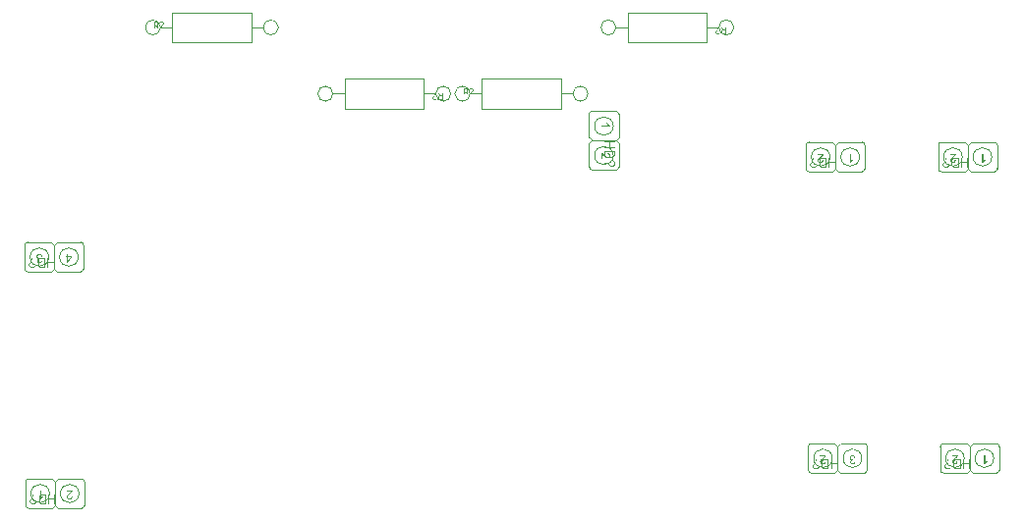
<source format=gm1>
G04*
G04 #@! TF.GenerationSoftware,Altium Limited,Altium Designer,23.6.0 (18)*
G04*
G04 Layer_Color=16711935*
%FSLAX44Y44*%
%MOMM*%
G71*
G04*
G04 #@! TF.SameCoordinates,D83645A9-EAB1-4845-A107-50581717B435*
G04*
G04*
G04 #@! TF.FilePolarity,Positive*
G04*
G01*
G75*
%ADD66C,0.0500*%
G36*
X389089Y902397D02*
X392430D01*
Y901532D01*
X388911Y896559D01*
X388145D01*
Y901532D01*
X387102D01*
Y902397D01*
X388145D01*
Y904240D01*
X389089D01*
Y902397D01*
D02*
G37*
G36*
X364766Y904362D02*
X364854Y904351D01*
X364954Y904340D01*
X365065Y904318D01*
X365187Y904296D01*
X365454Y904229D01*
X365731Y904118D01*
X365876Y904051D01*
X366009Y903974D01*
X366142Y903874D01*
X366275Y903774D01*
X366286Y903763D01*
X366309Y903740D01*
X366342Y903707D01*
X366375Y903663D01*
X366431Y903607D01*
X366486Y903530D01*
X366553Y903452D01*
X366619Y903352D01*
X366686Y903241D01*
X366753Y903130D01*
X366875Y902864D01*
X366974Y902553D01*
X367008Y902386D01*
X367030Y902209D01*
X366087Y902087D01*
Y902098D01*
X366075Y902120D01*
X366064Y902164D01*
X366053Y902220D01*
X366042Y902286D01*
X366020Y902364D01*
X365964Y902531D01*
X365887Y902730D01*
X365787Y902919D01*
X365676Y903097D01*
X365543Y903252D01*
X365520Y903263D01*
X365476Y903308D01*
X365387Y903363D01*
X365276Y903419D01*
X365143Y903485D01*
X364977Y903541D01*
X364788Y903585D01*
X364588Y903596D01*
X364521D01*
X364477Y903585D01*
X364355Y903574D01*
X364200Y903541D01*
X364022Y903485D01*
X363833Y903408D01*
X363645Y903297D01*
X363467Y903141D01*
X363445Y903119D01*
X363389Y903052D01*
X363323Y902952D01*
X363234Y902819D01*
X363145Y902653D01*
X363078Y902464D01*
X363023Y902242D01*
X363001Y901998D01*
Y901987D01*
Y901964D01*
Y901931D01*
X363012Y901887D01*
X363023Y901765D01*
X363056Y901620D01*
X363101Y901443D01*
X363178Y901265D01*
X363289Y901088D01*
X363434Y900921D01*
X363456Y900899D01*
X363511Y900855D01*
X363600Y900788D01*
X363722Y900710D01*
X363878Y900633D01*
X364066Y900566D01*
X364277Y900522D01*
X364510Y900499D01*
X364610D01*
X364688Y900510D01*
X364788Y900522D01*
X364899Y900544D01*
X365032Y900566D01*
X365176Y900599D01*
X365065Y899767D01*
X365010D01*
X364965Y899778D01*
X364821D01*
X364699Y899756D01*
X364555Y899734D01*
X364388Y899700D01*
X364200Y899645D01*
X364022Y899567D01*
X363833Y899467D01*
X363822D01*
X363811Y899456D01*
X363756Y899412D01*
X363678Y899334D01*
X363589Y899234D01*
X363500Y899090D01*
X363423Y898923D01*
X363367Y898735D01*
X363345Y898624D01*
Y898501D01*
Y898490D01*
Y898479D01*
Y898413D01*
X363367Y898324D01*
X363389Y898202D01*
X363434Y898068D01*
X363489Y897924D01*
X363578Y897780D01*
X363700Y897647D01*
X363711Y897636D01*
X363767Y897591D01*
X363844Y897536D01*
X363944Y897469D01*
X364077Y897414D01*
X364233Y897358D01*
X364410Y897314D01*
X364610Y897303D01*
X364699D01*
X364799Y897325D01*
X364932Y897347D01*
X365076Y897391D01*
X365221Y897447D01*
X365376Y897536D01*
X365520Y897647D01*
X365532Y897658D01*
X365576Y897713D01*
X365643Y897791D01*
X365720Y897902D01*
X365798Y898046D01*
X365876Y898224D01*
X365942Y898435D01*
X365987Y898679D01*
X366930Y898512D01*
Y898501D01*
X366919Y898468D01*
X366908Y898424D01*
X366897Y898357D01*
X366875Y898279D01*
X366841Y898191D01*
X366775Y897980D01*
X366664Y897736D01*
X366530Y897491D01*
X366364Y897258D01*
X366153Y897047D01*
X366142Y897036D01*
X366120Y897025D01*
X366087Y897003D01*
X366042Y896970D01*
X365987Y896925D01*
X365909Y896881D01*
X365831Y896836D01*
X365731Y896781D01*
X365509Y896692D01*
X365254Y896603D01*
X364954Y896548D01*
X364799Y896526D01*
X364521D01*
X364399Y896537D01*
X364255Y896559D01*
X364077Y896592D01*
X363878Y896648D01*
X363678Y896714D01*
X363478Y896803D01*
X363467D01*
X363456Y896814D01*
X363389Y896848D01*
X363289Y896914D01*
X363178Y896992D01*
X363045Y897103D01*
X362912Y897225D01*
X362779Y897369D01*
X362668Y897536D01*
X362657Y897558D01*
X362623Y897613D01*
X362579Y897713D01*
X362523Y897835D01*
X362468Y897980D01*
X362424Y898146D01*
X362390Y898335D01*
X362379Y898524D01*
Y898546D01*
Y898612D01*
X362390Y898701D01*
X362412Y898823D01*
X362446Y898968D01*
X362501Y899123D01*
X362568Y899278D01*
X362657Y899434D01*
X362668Y899456D01*
X362701Y899500D01*
X362768Y899578D01*
X362856Y899667D01*
X362967Y899767D01*
X363101Y899878D01*
X363256Y899978D01*
X363445Y900078D01*
X363434D01*
X363411Y900089D01*
X363378Y900100D01*
X363334Y900111D01*
X363212Y900155D01*
X363056Y900222D01*
X362879Y900311D01*
X362701Y900422D01*
X362535Y900566D01*
X362379Y900732D01*
X362368Y900755D01*
X362324Y900821D01*
X362257Y900932D01*
X362191Y901077D01*
X362124Y901254D01*
X362057Y901465D01*
X362013Y901709D01*
X362002Y901976D01*
Y901987D01*
Y902020D01*
Y902076D01*
X362013Y902142D01*
X362024Y902231D01*
X362046Y902331D01*
X362068Y902442D01*
X362091Y902564D01*
X362179Y902830D01*
X362246Y902975D01*
X362313Y903108D01*
X362401Y903252D01*
X362501Y903396D01*
X362612Y903541D01*
X362746Y903674D01*
X362757Y903685D01*
X362779Y903707D01*
X362823Y903740D01*
X362879Y903785D01*
X362945Y903840D01*
X363034Y903896D01*
X363134Y903962D01*
X363256Y904018D01*
X363378Y904085D01*
X363522Y904151D01*
X363667Y904207D01*
X363833Y904262D01*
X364011Y904307D01*
X364200Y904340D01*
X364388Y904362D01*
X364599Y904373D01*
X364699D01*
X364766Y904362D01*
D02*
G37*
G36*
X365843Y694235D02*
X365854Y694246D01*
X365910Y694290D01*
X365976Y694357D01*
X366087Y694435D01*
X366209Y694535D01*
X366365Y694646D01*
X366542Y694768D01*
X366742Y694890D01*
X366753D01*
X366764Y694901D01*
X366831Y694945D01*
X366942Y695001D01*
X367075Y695068D01*
X367230Y695145D01*
X367397Y695223D01*
X367564Y695301D01*
X367730Y695367D01*
Y694457D01*
X367719D01*
X367697Y694435D01*
X367652Y694424D01*
X367597Y694390D01*
X367530Y694357D01*
X367453Y694313D01*
X367264Y694202D01*
X367042Y694080D01*
X366820Y693924D01*
X366587Y693747D01*
X366354Y693558D01*
X366343Y693547D01*
X366331Y693536D01*
X366298Y693502D01*
X366254Y693469D01*
X366154Y693358D01*
X366021Y693225D01*
X365887Y693070D01*
X365743Y692892D01*
X365621Y692714D01*
X365510Y692526D01*
X364899D01*
Y700240D01*
X365843D01*
Y694235D01*
D02*
G37*
G36*
X393119Y700229D02*
Y700184D01*
Y700118D01*
X393108Y700029D01*
X393097Y699929D01*
X393074Y699818D01*
X393052Y699707D01*
X393008Y699585D01*
Y699574D01*
X392997Y699563D01*
X392975Y699496D01*
X392930Y699396D01*
X392864Y699263D01*
X392775Y699108D01*
X392664Y698930D01*
X392542Y698753D01*
X392386Y698564D01*
Y698553D01*
X392364Y698542D01*
X392309Y698475D01*
X392209Y698375D01*
X392064Y698231D01*
X391898Y698064D01*
X391687Y697865D01*
X391432Y697643D01*
X391154Y697410D01*
X391143Y697399D01*
X391099Y697365D01*
X391032Y697310D01*
X390954Y697243D01*
X390854Y697154D01*
X390732Y697054D01*
X390610Y696943D01*
X390466Y696821D01*
X390189Y696555D01*
X389911Y696289D01*
X389778Y696155D01*
X389656Y696022D01*
X389545Y695900D01*
X389456Y695778D01*
Y695767D01*
X389434Y695756D01*
X389412Y695722D01*
X389389Y695678D01*
X389312Y695556D01*
X389223Y695412D01*
X389145Y695234D01*
X389067Y695045D01*
X389023Y694834D01*
X389001Y694635D01*
Y694623D01*
Y694612D01*
X389012Y694546D01*
X389023Y694435D01*
X389056Y694313D01*
X389101Y694157D01*
X389179Y694002D01*
X389278Y693847D01*
X389412Y693691D01*
X389434Y693669D01*
X389489Y693624D01*
X389567Y693569D01*
X389689Y693491D01*
X389845Y693425D01*
X390022Y693358D01*
X390233Y693314D01*
X390466Y693303D01*
X390533D01*
X390577Y693314D01*
X390710Y693325D01*
X390866Y693358D01*
X391032Y693402D01*
X391221Y693480D01*
X391398Y693580D01*
X391565Y693713D01*
X391587Y693736D01*
X391632Y693791D01*
X391698Y693880D01*
X391765Y694013D01*
X391842Y694168D01*
X391909Y694368D01*
X391953Y694590D01*
X391976Y694846D01*
X392941Y694746D01*
Y694734D01*
X392930Y694701D01*
Y694646D01*
X392919Y694568D01*
X392897Y694479D01*
X392875Y694379D01*
X392841Y694257D01*
X392808Y694135D01*
X392719Y693869D01*
X392586Y693602D01*
X392508Y693469D01*
X392408Y693336D01*
X392309Y693214D01*
X392198Y693103D01*
X392187Y693092D01*
X392164Y693081D01*
X392131Y693047D01*
X392076Y693014D01*
X392009Y692970D01*
X391931Y692925D01*
X391842Y692870D01*
X391731Y692814D01*
X391609Y692759D01*
X391476Y692703D01*
X391332Y692659D01*
X391176Y692614D01*
X391010Y692581D01*
X390832Y692548D01*
X390644Y692537D01*
X390444Y692526D01*
X390333D01*
X390255Y692537D01*
X390166Y692548D01*
X390055Y692559D01*
X389933Y692581D01*
X389811Y692603D01*
X389523Y692681D01*
X389234Y692792D01*
X389090Y692859D01*
X388945Y692936D01*
X388812Y693036D01*
X388690Y693147D01*
X388679Y693158D01*
X388657Y693169D01*
X388635Y693214D01*
X388590Y693258D01*
X388535Y693314D01*
X388479Y693391D01*
X388424Y693469D01*
X388357Y693569D01*
X388246Y693780D01*
X388135Y694046D01*
X388091Y694180D01*
X388069Y694335D01*
X388046Y694490D01*
X388035Y694657D01*
Y694679D01*
Y694734D01*
X388046Y694823D01*
X388057Y694945D01*
X388080Y695079D01*
X388124Y695234D01*
X388168Y695400D01*
X388235Y695567D01*
X388246Y695589D01*
X388268Y695645D01*
X388313Y695733D01*
X388379Y695856D01*
X388468Y695989D01*
X388579Y696155D01*
X388712Y696322D01*
X388868Y696510D01*
X388890Y696533D01*
X388945Y696599D01*
X389001Y696655D01*
X389056Y696710D01*
X389123Y696777D01*
X389212Y696866D01*
X389301Y696954D01*
X389412Y697054D01*
X389523Y697165D01*
X389656Y697288D01*
X389800Y697410D01*
X389955Y697554D01*
X390133Y697698D01*
X390311Y697853D01*
X390322Y697865D01*
X390344Y697887D01*
X390388Y697920D01*
X390444Y697964D01*
X390510Y698031D01*
X390588Y698098D01*
X390766Y698242D01*
X390954Y698409D01*
X391132Y698575D01*
X391287Y698719D01*
X391354Y698775D01*
X391409Y698830D01*
X391421Y698841D01*
X391454Y698875D01*
X391498Y698919D01*
X391554Y698986D01*
X391609Y699063D01*
X391676Y699141D01*
X391809Y699330D01*
X388024D01*
Y700240D01*
X393119D01*
Y700229D01*
D02*
G37*
G36*
X848571Y991848D02*
X848671Y991837D01*
X848782Y991814D01*
X848893Y991792D01*
X849015Y991748D01*
X849026D01*
X849037Y991737D01*
X849104Y991715D01*
X849204Y991670D01*
X849337Y991604D01*
X849492Y991515D01*
X849670Y991404D01*
X849847Y991282D01*
X850036Y991126D01*
X850047D01*
X850058Y991104D01*
X850125Y991049D01*
X850225Y990949D01*
X850369Y990804D01*
X850536Y990638D01*
X850735Y990427D01*
X850957Y990172D01*
X851190Y989894D01*
X851201Y989883D01*
X851235Y989839D01*
X851290Y989772D01*
X851357Y989694D01*
X851446Y989594D01*
X851546Y989472D01*
X851657Y989350D01*
X851779Y989206D01*
X852045Y988929D01*
X852311Y988651D01*
X852445Y988518D01*
X852578Y988396D01*
X852700Y988285D01*
X852822Y988196D01*
X852833D01*
X852844Y988174D01*
X852878Y988152D01*
X852922Y988129D01*
X853044Y988052D01*
X853188Y987963D01*
X853366Y987885D01*
X853555Y987807D01*
X853766Y987763D01*
X853965Y987741D01*
X853977D01*
X853988D01*
X854054Y987752D01*
X854165Y987763D01*
X854287Y987796D01*
X854443Y987841D01*
X854598Y987918D01*
X854753Y988018D01*
X854909Y988152D01*
X854931Y988174D01*
X854976Y988229D01*
X855031Y988307D01*
X855109Y988429D01*
X855175Y988585D01*
X855242Y988762D01*
X855286Y988973D01*
X855297Y989206D01*
Y989273D01*
X855286Y989317D01*
X855275Y989450D01*
X855242Y989606D01*
X855198Y989772D01*
X855120Y989961D01*
X855020Y990138D01*
X854887Y990305D01*
X854865Y990327D01*
X854809Y990371D01*
X854720Y990438D01*
X854587Y990505D01*
X854432Y990582D01*
X854232Y990649D01*
X854010Y990693D01*
X853755Y990716D01*
X853854Y991681D01*
X853866D01*
X853899Y991670D01*
X853954D01*
X854032Y991659D01*
X854121Y991637D01*
X854221Y991615D01*
X854343Y991581D01*
X854465Y991548D01*
X854731Y991459D01*
X854998Y991326D01*
X855131Y991248D01*
X855264Y991149D01*
X855386Y991049D01*
X855497Y990938D01*
X855508Y990927D01*
X855519Y990904D01*
X855553Y990871D01*
X855586Y990816D01*
X855630Y990749D01*
X855675Y990671D01*
X855730Y990582D01*
X855786Y990471D01*
X855841Y990349D01*
X855897Y990216D01*
X855941Y990072D01*
X855986Y989916D01*
X856019Y989750D01*
X856052Y989572D01*
X856063Y989384D01*
X856074Y989184D01*
Y989073D01*
X856063Y988995D01*
X856052Y988906D01*
X856041Y988795D01*
X856019Y988673D01*
X855997Y988551D01*
X855919Y988263D01*
X855808Y987974D01*
X855741Y987830D01*
X855664Y987685D01*
X855564Y987552D01*
X855453Y987430D01*
X855442Y987419D01*
X855431Y987397D01*
X855386Y987375D01*
X855342Y987330D01*
X855286Y987275D01*
X855209Y987219D01*
X855131Y987164D01*
X855031Y987097D01*
X854820Y986986D01*
X854554Y986875D01*
X854420Y986831D01*
X854265Y986808D01*
X854110Y986786D01*
X853943Y986775D01*
X853921D01*
X853866D01*
X853777Y986786D01*
X853655Y986797D01*
X853521Y986820D01*
X853366Y986864D01*
X853199Y986908D01*
X853033Y986975D01*
X853011Y986986D01*
X852955Y987008D01*
X852867Y987053D01*
X852744Y987119D01*
X852611Y987208D01*
X852445Y987319D01*
X852278Y987452D01*
X852089Y987608D01*
X852067Y987630D01*
X852001Y987685D01*
X851945Y987741D01*
X851890Y987796D01*
X851823Y987863D01*
X851734Y987952D01*
X851646Y988041D01*
X851546Y988152D01*
X851435Y988263D01*
X851312Y988396D01*
X851190Y988540D01*
X851046Y988696D01*
X850902Y988873D01*
X850747Y989051D01*
X850735Y989062D01*
X850713Y989084D01*
X850680Y989128D01*
X850636Y989184D01*
X850569Y989250D01*
X850502Y989328D01*
X850358Y989506D01*
X850191Y989694D01*
X850025Y989872D01*
X849881Y990027D01*
X849825Y990094D01*
X849770Y990150D01*
X849759Y990161D01*
X849725Y990194D01*
X849681Y990238D01*
X849614Y990294D01*
X849537Y990349D01*
X849459Y990416D01*
X849270Y990549D01*
Y986764D01*
X848360D01*
Y991859D01*
X848371D01*
X848416D01*
X848482D01*
X848571Y991848D01*
D02*
G37*
G36*
X854143Y1017259D02*
X854165Y1017237D01*
X854176Y1017192D01*
X854210Y1017137D01*
X854243Y1017070D01*
X854287Y1016992D01*
X854398Y1016804D01*
X854520Y1016582D01*
X854676Y1016360D01*
X854853Y1016127D01*
X855042Y1015894D01*
X855053Y1015882D01*
X855064Y1015871D01*
X855098Y1015838D01*
X855131Y1015794D01*
X855242Y1015694D01*
X855375Y1015561D01*
X855530Y1015427D01*
X855708Y1015283D01*
X855886Y1015161D01*
X856074Y1015050D01*
Y1014440D01*
X848360D01*
Y1015383D01*
X854365D01*
X854354Y1015394D01*
X854309Y1015450D01*
X854243Y1015516D01*
X854165Y1015627D01*
X854065Y1015749D01*
X853954Y1015905D01*
X853832Y1016082D01*
X853710Y1016282D01*
Y1016293D01*
X853699Y1016304D01*
X853655Y1016371D01*
X853599Y1016482D01*
X853532Y1016615D01*
X853455Y1016770D01*
X853377Y1016937D01*
X853299Y1017104D01*
X853233Y1017270D01*
X854143D01*
Y1017259D01*
D02*
G37*
G36*
X1179343Y724595D02*
X1179354Y724606D01*
X1179410Y724650D01*
X1179476Y724717D01*
X1179587Y724795D01*
X1179709Y724895D01*
X1179865Y725006D01*
X1180042Y725128D01*
X1180242Y725250D01*
X1180253D01*
X1180264Y725261D01*
X1180331Y725305D01*
X1180442Y725361D01*
X1180575Y725427D01*
X1180731Y725505D01*
X1180897Y725583D01*
X1181064Y725661D01*
X1181230Y725727D01*
Y724817D01*
X1181219D01*
X1181197Y724795D01*
X1181152Y724784D01*
X1181097Y724750D01*
X1181030Y724717D01*
X1180953Y724673D01*
X1180764Y724562D01*
X1180542Y724440D01*
X1180320Y724284D01*
X1180087Y724107D01*
X1179854Y723918D01*
X1179843Y723907D01*
X1179831Y723896D01*
X1179798Y723862D01*
X1179754Y723829D01*
X1179654Y723718D01*
X1179521Y723585D01*
X1179387Y723429D01*
X1179243Y723252D01*
X1179121Y723074D01*
X1179010Y722886D01*
X1178400D01*
Y730600D01*
X1179343D01*
Y724595D01*
D02*
G37*
G36*
X1155819Y730589D02*
Y730545D01*
Y730478D01*
X1155808Y730389D01*
X1155797Y730289D01*
X1155775Y730178D01*
X1155752Y730067D01*
X1155708Y729945D01*
Y729934D01*
X1155697Y729923D01*
X1155675Y729856D01*
X1155630Y729756D01*
X1155564Y729623D01*
X1155475Y729468D01*
X1155364Y729290D01*
X1155242Y729113D01*
X1155086Y728924D01*
Y728913D01*
X1155064Y728902D01*
X1155009Y728835D01*
X1154909Y728735D01*
X1154764Y728591D01*
X1154598Y728424D01*
X1154387Y728225D01*
X1154132Y728003D01*
X1153854Y727769D01*
X1153843Y727758D01*
X1153799Y727725D01*
X1153732Y727670D01*
X1153654Y727603D01*
X1153555Y727514D01*
X1153432Y727414D01*
X1153310Y727303D01*
X1153166Y727181D01*
X1152889Y726915D01*
X1152611Y726648D01*
X1152478Y726515D01*
X1152356Y726382D01*
X1152245Y726260D01*
X1152156Y726138D01*
Y726127D01*
X1152134Y726116D01*
X1152112Y726082D01*
X1152089Y726038D01*
X1152012Y725916D01*
X1151923Y725772D01*
X1151845Y725594D01*
X1151768Y725405D01*
X1151723Y725194D01*
X1151701Y724995D01*
Y724984D01*
Y724972D01*
X1151712Y724906D01*
X1151723Y724795D01*
X1151756Y724673D01*
X1151801Y724517D01*
X1151879Y724362D01*
X1151978Y724206D01*
X1152112Y724051D01*
X1152134Y724029D01*
X1152189Y723985D01*
X1152267Y723929D01*
X1152389Y723851D01*
X1152544Y723785D01*
X1152722Y723718D01*
X1152933Y723674D01*
X1153166Y723663D01*
X1153233D01*
X1153277Y723674D01*
X1153410Y723685D01*
X1153566Y723718D01*
X1153732Y723763D01*
X1153921Y723840D01*
X1154098Y723940D01*
X1154265Y724073D01*
X1154287Y724096D01*
X1154332Y724151D01*
X1154398Y724240D01*
X1154465Y724373D01*
X1154542Y724528D01*
X1154609Y724728D01*
X1154653Y724950D01*
X1154676Y725206D01*
X1155641Y725106D01*
Y725095D01*
X1155630Y725061D01*
Y725006D01*
X1155619Y724928D01*
X1155597Y724839D01*
X1155575Y724739D01*
X1155541Y724617D01*
X1155508Y724495D01*
X1155419Y724229D01*
X1155286Y723962D01*
X1155208Y723829D01*
X1155108Y723696D01*
X1155009Y723574D01*
X1154898Y723463D01*
X1154886Y723452D01*
X1154864Y723441D01*
X1154831Y723407D01*
X1154775Y723374D01*
X1154709Y723330D01*
X1154631Y723285D01*
X1154542Y723230D01*
X1154431Y723174D01*
X1154309Y723119D01*
X1154176Y723063D01*
X1154032Y723019D01*
X1153876Y722974D01*
X1153710Y722941D01*
X1153532Y722908D01*
X1153344Y722897D01*
X1153144Y722886D01*
X1153033D01*
X1152955Y722897D01*
X1152866Y722908D01*
X1152755Y722919D01*
X1152633Y722941D01*
X1152511Y722963D01*
X1152223Y723041D01*
X1151934Y723152D01*
X1151790Y723219D01*
X1151645Y723296D01*
X1151512Y723396D01*
X1151390Y723507D01*
X1151379Y723518D01*
X1151357Y723529D01*
X1151335Y723574D01*
X1151290Y723618D01*
X1151235Y723674D01*
X1151179Y723751D01*
X1151124Y723829D01*
X1151057Y723929D01*
X1150946Y724140D01*
X1150835Y724406D01*
X1150791Y724539D01*
X1150769Y724695D01*
X1150746Y724850D01*
X1150735Y725017D01*
Y725039D01*
Y725095D01*
X1150746Y725183D01*
X1150757Y725305D01*
X1150780Y725439D01*
X1150824Y725594D01*
X1150868Y725760D01*
X1150935Y725927D01*
X1150946Y725949D01*
X1150968Y726005D01*
X1151013Y726094D01*
X1151079Y726216D01*
X1151168Y726349D01*
X1151279Y726515D01*
X1151412Y726682D01*
X1151568Y726870D01*
X1151590Y726893D01*
X1151645Y726959D01*
X1151701Y727015D01*
X1151756Y727070D01*
X1151823Y727137D01*
X1151912Y727226D01*
X1152001Y727314D01*
X1152112Y727414D01*
X1152223Y727525D01*
X1152356Y727647D01*
X1152500Y727769D01*
X1152655Y727914D01*
X1152833Y728058D01*
X1153011Y728214D01*
X1153022Y728225D01*
X1153044Y728247D01*
X1153088Y728280D01*
X1153144Y728325D01*
X1153210Y728391D01*
X1153288Y728458D01*
X1153466Y728602D01*
X1153654Y728768D01*
X1153832Y728935D01*
X1153987Y729079D01*
X1154054Y729135D01*
X1154109Y729190D01*
X1154121Y729201D01*
X1154154Y729235D01*
X1154198Y729279D01*
X1154254Y729346D01*
X1154309Y729423D01*
X1154376Y729501D01*
X1154509Y729690D01*
X1150724D01*
Y730600D01*
X1155819D01*
Y730589D01*
D02*
G37*
G36*
X1065266Y730722D02*
X1065354Y730711D01*
X1065454Y730700D01*
X1065565Y730678D01*
X1065687Y730656D01*
X1065954Y730589D01*
X1066231Y730478D01*
X1066376Y730411D01*
X1066509Y730334D01*
X1066642Y730234D01*
X1066775Y730134D01*
X1066786Y730123D01*
X1066808Y730100D01*
X1066842Y730067D01*
X1066875Y730023D01*
X1066931Y729967D01*
X1066986Y729890D01*
X1067053Y729812D01*
X1067119Y729712D01*
X1067186Y729601D01*
X1067253Y729490D01*
X1067375Y729224D01*
X1067475Y728913D01*
X1067508Y728746D01*
X1067530Y728569D01*
X1066587Y728447D01*
Y728458D01*
X1066575Y728480D01*
X1066564Y728524D01*
X1066553Y728580D01*
X1066542Y728646D01*
X1066520Y728724D01*
X1066464Y728891D01*
X1066387Y729090D01*
X1066287Y729279D01*
X1066176Y729457D01*
X1066043Y729612D01*
X1066020Y729623D01*
X1065976Y729668D01*
X1065887Y729723D01*
X1065776Y729779D01*
X1065643Y729845D01*
X1065477Y729901D01*
X1065288Y729945D01*
X1065088Y729956D01*
X1065021D01*
X1064977Y729945D01*
X1064855Y729934D01*
X1064699Y729901D01*
X1064522Y729845D01*
X1064333Y729768D01*
X1064145Y729657D01*
X1063967Y729501D01*
X1063945Y729479D01*
X1063889Y729412D01*
X1063823Y729312D01*
X1063734Y729179D01*
X1063645Y729013D01*
X1063578Y728824D01*
X1063523Y728602D01*
X1063501Y728358D01*
Y728347D01*
Y728325D01*
Y728291D01*
X1063512Y728247D01*
X1063523Y728125D01*
X1063556Y727980D01*
X1063601Y727803D01*
X1063678Y727625D01*
X1063789Y727448D01*
X1063934Y727281D01*
X1063956Y727259D01*
X1064011Y727215D01*
X1064100Y727148D01*
X1064222Y727070D01*
X1064378Y726993D01*
X1064566Y726926D01*
X1064777Y726882D01*
X1065010Y726859D01*
X1065110D01*
X1065188Y726870D01*
X1065288Y726882D01*
X1065399Y726904D01*
X1065532Y726926D01*
X1065676Y726959D01*
X1065565Y726127D01*
X1065510D01*
X1065465Y726138D01*
X1065321D01*
X1065199Y726116D01*
X1065055Y726094D01*
X1064888Y726060D01*
X1064699Y726005D01*
X1064522Y725927D01*
X1064333Y725827D01*
X1064322D01*
X1064311Y725816D01*
X1064256Y725772D01*
X1064178Y725694D01*
X1064089Y725594D01*
X1064000Y725450D01*
X1063923Y725283D01*
X1063867Y725095D01*
X1063845Y724984D01*
Y724861D01*
Y724850D01*
Y724839D01*
Y724773D01*
X1063867Y724684D01*
X1063889Y724562D01*
X1063934Y724428D01*
X1063989Y724284D01*
X1064078Y724140D01*
X1064200Y724007D01*
X1064211Y723996D01*
X1064267Y723951D01*
X1064344Y723896D01*
X1064444Y723829D01*
X1064577Y723774D01*
X1064733Y723718D01*
X1064910Y723674D01*
X1065110Y723663D01*
X1065199D01*
X1065299Y723685D01*
X1065432Y723707D01*
X1065576Y723751D01*
X1065721Y723807D01*
X1065876Y723896D01*
X1066020Y724007D01*
X1066031Y724018D01*
X1066076Y724073D01*
X1066143Y724151D01*
X1066220Y724262D01*
X1066298Y724406D01*
X1066376Y724584D01*
X1066442Y724795D01*
X1066487Y725039D01*
X1067430Y724873D01*
Y724861D01*
X1067419Y724828D01*
X1067408Y724784D01*
X1067397Y724717D01*
X1067375Y724639D01*
X1067341Y724551D01*
X1067275Y724340D01*
X1067164Y724096D01*
X1067030Y723851D01*
X1066864Y723618D01*
X1066653Y723407D01*
X1066642Y723396D01*
X1066620Y723385D01*
X1066587Y723363D01*
X1066542Y723330D01*
X1066487Y723285D01*
X1066409Y723241D01*
X1066331Y723196D01*
X1066231Y723141D01*
X1066009Y723052D01*
X1065754Y722963D01*
X1065454Y722908D01*
X1065299Y722886D01*
X1065021D01*
X1064899Y722897D01*
X1064755Y722919D01*
X1064577Y722952D01*
X1064378Y723008D01*
X1064178Y723074D01*
X1063978Y723163D01*
X1063967D01*
X1063956Y723174D01*
X1063889Y723207D01*
X1063789Y723274D01*
X1063678Y723352D01*
X1063545Y723463D01*
X1063412Y723585D01*
X1063279Y723729D01*
X1063168Y723896D01*
X1063157Y723918D01*
X1063123Y723973D01*
X1063079Y724073D01*
X1063024Y724195D01*
X1062968Y724340D01*
X1062924Y724506D01*
X1062890Y724695D01*
X1062879Y724884D01*
Y724906D01*
Y724972D01*
X1062890Y725061D01*
X1062913Y725183D01*
X1062946Y725328D01*
X1063001Y725483D01*
X1063068Y725638D01*
X1063157Y725794D01*
X1063168Y725816D01*
X1063201Y725860D01*
X1063268Y725938D01*
X1063356Y726027D01*
X1063467Y726127D01*
X1063601Y726238D01*
X1063756Y726338D01*
X1063945Y726438D01*
X1063934D01*
X1063912Y726449D01*
X1063878Y726460D01*
X1063834Y726471D01*
X1063712Y726515D01*
X1063556Y726582D01*
X1063379Y726671D01*
X1063201Y726782D01*
X1063035Y726926D01*
X1062879Y727093D01*
X1062868Y727115D01*
X1062824Y727181D01*
X1062757Y727292D01*
X1062691Y727437D01*
X1062624Y727614D01*
X1062557Y727825D01*
X1062513Y728069D01*
X1062502Y728336D01*
Y728347D01*
Y728380D01*
Y728436D01*
X1062513Y728502D01*
X1062524Y728591D01*
X1062546Y728691D01*
X1062568Y728802D01*
X1062591Y728924D01*
X1062679Y729190D01*
X1062746Y729335D01*
X1062813Y729468D01*
X1062901Y729612D01*
X1063001Y729756D01*
X1063112Y729901D01*
X1063245Y730034D01*
X1063257Y730045D01*
X1063279Y730067D01*
X1063323Y730100D01*
X1063379Y730145D01*
X1063445Y730200D01*
X1063534Y730256D01*
X1063634Y730322D01*
X1063756Y730378D01*
X1063878Y730445D01*
X1064023Y730511D01*
X1064167Y730567D01*
X1064333Y730622D01*
X1064511Y730667D01*
X1064699Y730700D01*
X1064888Y730722D01*
X1065099Y730733D01*
X1065199D01*
X1065266Y730722D01*
D02*
G37*
G36*
X1042119Y730589D02*
Y730545D01*
Y730478D01*
X1042108Y730389D01*
X1042097Y730289D01*
X1042075Y730178D01*
X1042052Y730067D01*
X1042008Y729945D01*
Y729934D01*
X1041997Y729923D01*
X1041975Y729856D01*
X1041930Y729756D01*
X1041864Y729623D01*
X1041775Y729468D01*
X1041664Y729290D01*
X1041542Y729113D01*
X1041386Y728924D01*
Y728913D01*
X1041364Y728902D01*
X1041309Y728835D01*
X1041209Y728735D01*
X1041064Y728591D01*
X1040898Y728425D01*
X1040687Y728225D01*
X1040432Y728003D01*
X1040154Y727770D01*
X1040143Y727758D01*
X1040099Y727725D01*
X1040032Y727670D01*
X1039954Y727603D01*
X1039855Y727514D01*
X1039732Y727414D01*
X1039610Y727303D01*
X1039466Y727181D01*
X1039189Y726915D01*
X1038911Y726648D01*
X1038778Y726515D01*
X1038656Y726382D01*
X1038545Y726260D01*
X1038456Y726138D01*
Y726127D01*
X1038434Y726116D01*
X1038412Y726082D01*
X1038389Y726038D01*
X1038312Y725916D01*
X1038223Y725772D01*
X1038145Y725594D01*
X1038067Y725405D01*
X1038023Y725194D01*
X1038001Y724995D01*
Y724984D01*
Y724972D01*
X1038012Y724906D01*
X1038023Y724795D01*
X1038056Y724673D01*
X1038101Y724517D01*
X1038178Y724362D01*
X1038278Y724206D01*
X1038412Y724051D01*
X1038434Y724029D01*
X1038489Y723985D01*
X1038567Y723929D01*
X1038689Y723851D01*
X1038845Y723785D01*
X1039022Y723718D01*
X1039233Y723674D01*
X1039466Y723663D01*
X1039533D01*
X1039577Y723674D01*
X1039710Y723685D01*
X1039866Y723718D01*
X1040032Y723763D01*
X1040221Y723840D01*
X1040398Y723940D01*
X1040565Y724073D01*
X1040587Y724096D01*
X1040631Y724151D01*
X1040698Y724240D01*
X1040765Y724373D01*
X1040842Y724528D01*
X1040909Y724728D01*
X1040953Y724950D01*
X1040976Y725206D01*
X1041941Y725106D01*
Y725095D01*
X1041930Y725061D01*
Y725006D01*
X1041919Y724928D01*
X1041897Y724839D01*
X1041875Y724739D01*
X1041841Y724617D01*
X1041808Y724495D01*
X1041719Y724229D01*
X1041586Y723962D01*
X1041508Y723829D01*
X1041408Y723696D01*
X1041309Y723574D01*
X1041198Y723463D01*
X1041187Y723452D01*
X1041164Y723441D01*
X1041131Y723407D01*
X1041076Y723374D01*
X1041009Y723330D01*
X1040931Y723285D01*
X1040842Y723230D01*
X1040731Y723174D01*
X1040609Y723119D01*
X1040476Y723063D01*
X1040332Y723019D01*
X1040176Y722974D01*
X1040010Y722941D01*
X1039832Y722908D01*
X1039644Y722897D01*
X1039444Y722886D01*
X1039333D01*
X1039255Y722897D01*
X1039166Y722908D01*
X1039055Y722919D01*
X1038933Y722941D01*
X1038811Y722963D01*
X1038523Y723041D01*
X1038234Y723152D01*
X1038090Y723219D01*
X1037945Y723296D01*
X1037812Y723396D01*
X1037690Y723507D01*
X1037679Y723518D01*
X1037657Y723529D01*
X1037635Y723574D01*
X1037590Y723618D01*
X1037535Y723674D01*
X1037479Y723751D01*
X1037424Y723829D01*
X1037357Y723929D01*
X1037246Y724140D01*
X1037135Y724406D01*
X1037091Y724539D01*
X1037068Y724695D01*
X1037046Y724850D01*
X1037035Y725017D01*
Y725039D01*
Y725095D01*
X1037046Y725183D01*
X1037057Y725305D01*
X1037080Y725439D01*
X1037124Y725594D01*
X1037168Y725760D01*
X1037235Y725927D01*
X1037246Y725949D01*
X1037268Y726005D01*
X1037313Y726094D01*
X1037379Y726216D01*
X1037468Y726349D01*
X1037579Y726515D01*
X1037712Y726682D01*
X1037868Y726870D01*
X1037890Y726893D01*
X1037945Y726959D01*
X1038001Y727015D01*
X1038056Y727070D01*
X1038123Y727137D01*
X1038212Y727226D01*
X1038301Y727315D01*
X1038412Y727414D01*
X1038523Y727525D01*
X1038656Y727647D01*
X1038800Y727770D01*
X1038956Y727914D01*
X1039133Y728058D01*
X1039311Y728214D01*
X1039322Y728225D01*
X1039344Y728247D01*
X1039388Y728280D01*
X1039444Y728325D01*
X1039510Y728391D01*
X1039588Y728458D01*
X1039766Y728602D01*
X1039954Y728768D01*
X1040132Y728935D01*
X1040287Y729079D01*
X1040354Y729135D01*
X1040409Y729190D01*
X1040421Y729201D01*
X1040454Y729235D01*
X1040498Y729279D01*
X1040554Y729346D01*
X1040609Y729423D01*
X1040676Y729501D01*
X1040809Y729690D01*
X1037024D01*
Y730600D01*
X1042119D01*
Y730589D01*
D02*
G37*
G36*
X1177643Y984595D02*
X1177654Y984606D01*
X1177710Y984650D01*
X1177776Y984717D01*
X1177887Y984795D01*
X1178009Y984895D01*
X1178165Y985006D01*
X1178342Y985128D01*
X1178542Y985250D01*
X1178553D01*
X1178564Y985261D01*
X1178631Y985305D01*
X1178742Y985361D01*
X1178875Y985427D01*
X1179031Y985505D01*
X1179197Y985583D01*
X1179363Y985661D01*
X1179530Y985727D01*
Y984817D01*
X1179519D01*
X1179497Y984795D01*
X1179452Y984784D01*
X1179397Y984750D01*
X1179330Y984717D01*
X1179252Y984673D01*
X1179064Y984562D01*
X1178842Y984440D01*
X1178620Y984284D01*
X1178387Y984107D01*
X1178154Y983918D01*
X1178142Y983907D01*
X1178131Y983896D01*
X1178098Y983862D01*
X1178054Y983829D01*
X1177954Y983718D01*
X1177821Y983585D01*
X1177687Y983429D01*
X1177543Y983252D01*
X1177421Y983074D01*
X1177310Y982886D01*
X1176700D01*
Y990600D01*
X1177643D01*
Y984595D01*
D02*
G37*
G36*
X1154119Y990589D02*
Y990545D01*
Y990478D01*
X1154108Y990389D01*
X1154097Y990289D01*
X1154074Y990178D01*
X1154052Y990067D01*
X1154008Y989945D01*
Y989934D01*
X1153997Y989923D01*
X1153975Y989856D01*
X1153930Y989756D01*
X1153864Y989623D01*
X1153775Y989468D01*
X1153664Y989290D01*
X1153542Y989113D01*
X1153386Y988924D01*
Y988913D01*
X1153364Y988902D01*
X1153309Y988835D01*
X1153209Y988735D01*
X1153064Y988591D01*
X1152898Y988424D01*
X1152687Y988225D01*
X1152432Y988003D01*
X1152154Y987770D01*
X1152143Y987758D01*
X1152099Y987725D01*
X1152032Y987670D01*
X1151954Y987603D01*
X1151854Y987514D01*
X1151732Y987414D01*
X1151610Y987303D01*
X1151466Y987181D01*
X1151189Y986915D01*
X1150911Y986648D01*
X1150778Y986515D01*
X1150656Y986382D01*
X1150545Y986260D01*
X1150456Y986138D01*
Y986127D01*
X1150434Y986116D01*
X1150412Y986082D01*
X1150389Y986038D01*
X1150312Y985916D01*
X1150223Y985772D01*
X1150145Y985594D01*
X1150068Y985405D01*
X1150023Y985194D01*
X1150001Y984995D01*
Y984984D01*
Y984972D01*
X1150012Y984906D01*
X1150023Y984795D01*
X1150056Y984673D01*
X1150101Y984517D01*
X1150179Y984362D01*
X1150278Y984206D01*
X1150412Y984051D01*
X1150434Y984029D01*
X1150489Y983985D01*
X1150567Y983929D01*
X1150689Y983851D01*
X1150844Y983785D01*
X1151022Y983718D01*
X1151233Y983674D01*
X1151466Y983663D01*
X1151533D01*
X1151577Y983674D01*
X1151710Y983685D01*
X1151866Y983718D01*
X1152032Y983763D01*
X1152221Y983840D01*
X1152398Y983940D01*
X1152565Y984073D01*
X1152587Y984096D01*
X1152632Y984151D01*
X1152698Y984240D01*
X1152765Y984373D01*
X1152842Y984528D01*
X1152909Y984728D01*
X1152953Y984950D01*
X1152976Y985206D01*
X1153941Y985106D01*
Y985095D01*
X1153930Y985061D01*
Y985006D01*
X1153919Y984928D01*
X1153897Y984839D01*
X1153875Y984739D01*
X1153841Y984617D01*
X1153808Y984495D01*
X1153719Y984229D01*
X1153586Y983962D01*
X1153508Y983829D01*
X1153409Y983696D01*
X1153309Y983574D01*
X1153198Y983463D01*
X1153186Y983452D01*
X1153164Y983441D01*
X1153131Y983407D01*
X1153075Y983374D01*
X1153009Y983330D01*
X1152931Y983285D01*
X1152842Y983230D01*
X1152731Y983174D01*
X1152609Y983119D01*
X1152476Y983063D01*
X1152332Y983019D01*
X1152176Y982974D01*
X1152010Y982941D01*
X1151832Y982908D01*
X1151644Y982897D01*
X1151444Y982886D01*
X1151333D01*
X1151255Y982897D01*
X1151166Y982908D01*
X1151055Y982919D01*
X1150933Y982941D01*
X1150811Y982963D01*
X1150523Y983041D01*
X1150234Y983152D01*
X1150090Y983219D01*
X1149945Y983296D01*
X1149812Y983396D01*
X1149690Y983507D01*
X1149679Y983518D01*
X1149657Y983529D01*
X1149635Y983574D01*
X1149590Y983618D01*
X1149535Y983674D01*
X1149479Y983751D01*
X1149424Y983829D01*
X1149357Y983929D01*
X1149246Y984140D01*
X1149135Y984406D01*
X1149091Y984539D01*
X1149069Y984695D01*
X1149046Y984850D01*
X1149035Y985017D01*
Y985039D01*
Y985095D01*
X1149046Y985183D01*
X1149057Y985305D01*
X1149080Y985439D01*
X1149124Y985594D01*
X1149168Y985760D01*
X1149235Y985927D01*
X1149246Y985949D01*
X1149268Y986005D01*
X1149313Y986094D01*
X1149379Y986216D01*
X1149468Y986349D01*
X1149579Y986515D01*
X1149712Y986682D01*
X1149868Y986870D01*
X1149890Y986893D01*
X1149945Y986959D01*
X1150001Y987015D01*
X1150056Y987070D01*
X1150123Y987137D01*
X1150212Y987226D01*
X1150301Y987315D01*
X1150412Y987414D01*
X1150523Y987525D01*
X1150656Y987647D01*
X1150800Y987770D01*
X1150956Y987914D01*
X1151133Y988058D01*
X1151311Y988214D01*
X1151322Y988225D01*
X1151344Y988247D01*
X1151388Y988280D01*
X1151444Y988325D01*
X1151510Y988391D01*
X1151588Y988458D01*
X1151766Y988602D01*
X1151954Y988768D01*
X1152132Y988935D01*
X1152287Y989079D01*
X1152354Y989135D01*
X1152410Y989190D01*
X1152421Y989201D01*
X1152454Y989235D01*
X1152498Y989279D01*
X1152554Y989346D01*
X1152609Y989423D01*
X1152676Y989501D01*
X1152809Y989690D01*
X1149024D01*
Y990600D01*
X1154119D01*
Y990589D01*
D02*
G37*
G36*
X1063643Y984595D02*
X1063654Y984606D01*
X1063710Y984650D01*
X1063776Y984717D01*
X1063887Y984795D01*
X1064009Y984895D01*
X1064165Y985006D01*
X1064342Y985128D01*
X1064542Y985250D01*
X1064553D01*
X1064564Y985261D01*
X1064631Y985305D01*
X1064742Y985361D01*
X1064875Y985427D01*
X1065031Y985505D01*
X1065197Y985583D01*
X1065363Y985661D01*
X1065530Y985727D01*
Y984817D01*
X1065519D01*
X1065497Y984795D01*
X1065452Y984784D01*
X1065397Y984750D01*
X1065330Y984717D01*
X1065253Y984673D01*
X1065064Y984562D01*
X1064842Y984440D01*
X1064620Y984284D01*
X1064387Y984107D01*
X1064154Y983918D01*
X1064143Y983907D01*
X1064131Y983896D01*
X1064098Y983862D01*
X1064054Y983829D01*
X1063954Y983718D01*
X1063821Y983585D01*
X1063687Y983429D01*
X1063543Y983252D01*
X1063421Y983074D01*
X1063310Y982886D01*
X1062700D01*
Y990600D01*
X1063643D01*
Y984595D01*
D02*
G37*
G36*
X1040119Y990589D02*
Y990545D01*
Y990478D01*
X1040108Y990389D01*
X1040097Y990289D01*
X1040074Y990178D01*
X1040052Y990067D01*
X1040008Y989945D01*
Y989934D01*
X1039997Y989923D01*
X1039975Y989856D01*
X1039930Y989756D01*
X1039864Y989623D01*
X1039775Y989468D01*
X1039664Y989290D01*
X1039542Y989113D01*
X1039386Y988924D01*
Y988913D01*
X1039364Y988902D01*
X1039309Y988835D01*
X1039209Y988735D01*
X1039064Y988591D01*
X1038898Y988424D01*
X1038687Y988225D01*
X1038432Y988003D01*
X1038154Y987770D01*
X1038143Y987758D01*
X1038099Y987725D01*
X1038032Y987670D01*
X1037954Y987603D01*
X1037855Y987514D01*
X1037732Y987414D01*
X1037610Y987303D01*
X1037466Y987181D01*
X1037189Y986915D01*
X1036911Y986648D01*
X1036778Y986515D01*
X1036656Y986382D01*
X1036545Y986260D01*
X1036456Y986138D01*
Y986127D01*
X1036434Y986116D01*
X1036412Y986082D01*
X1036389Y986038D01*
X1036312Y985916D01*
X1036223Y985772D01*
X1036145Y985594D01*
X1036068Y985405D01*
X1036023Y985194D01*
X1036001Y984995D01*
Y984984D01*
Y984972D01*
X1036012Y984906D01*
X1036023Y984795D01*
X1036056Y984673D01*
X1036101Y984517D01*
X1036179Y984362D01*
X1036278Y984206D01*
X1036412Y984051D01*
X1036434Y984029D01*
X1036489Y983985D01*
X1036567Y983929D01*
X1036689Y983851D01*
X1036844Y983785D01*
X1037022Y983718D01*
X1037233Y983674D01*
X1037466Y983663D01*
X1037533D01*
X1037577Y983674D01*
X1037710Y983685D01*
X1037866Y983718D01*
X1038032Y983763D01*
X1038221Y983840D01*
X1038398Y983940D01*
X1038565Y984073D01*
X1038587Y984096D01*
X1038632Y984151D01*
X1038698Y984240D01*
X1038765Y984373D01*
X1038842Y984528D01*
X1038909Y984728D01*
X1038953Y984950D01*
X1038976Y985206D01*
X1039941Y985106D01*
Y985095D01*
X1039930Y985061D01*
Y985006D01*
X1039919Y984928D01*
X1039897Y984839D01*
X1039875Y984739D01*
X1039841Y984617D01*
X1039808Y984495D01*
X1039719Y984229D01*
X1039586Y983962D01*
X1039508Y983829D01*
X1039408Y983696D01*
X1039309Y983574D01*
X1039198Y983463D01*
X1039186Y983452D01*
X1039164Y983441D01*
X1039131Y983407D01*
X1039075Y983374D01*
X1039009Y983330D01*
X1038931Y983285D01*
X1038842Y983230D01*
X1038731Y983174D01*
X1038609Y983119D01*
X1038476Y983063D01*
X1038332Y983019D01*
X1038176Y982974D01*
X1038010Y982941D01*
X1037832Y982908D01*
X1037644Y982897D01*
X1037444Y982886D01*
X1037333D01*
X1037255Y982897D01*
X1037166Y982908D01*
X1037055Y982919D01*
X1036933Y982941D01*
X1036811Y982963D01*
X1036523Y983041D01*
X1036234Y983152D01*
X1036090Y983219D01*
X1035945Y983296D01*
X1035812Y983396D01*
X1035690Y983507D01*
X1035679Y983518D01*
X1035657Y983529D01*
X1035635Y983574D01*
X1035590Y983618D01*
X1035535Y983674D01*
X1035479Y983751D01*
X1035424Y983829D01*
X1035357Y983929D01*
X1035246Y984140D01*
X1035135Y984406D01*
X1035091Y984539D01*
X1035069Y984695D01*
X1035046Y984850D01*
X1035035Y985017D01*
Y985039D01*
Y985095D01*
X1035046Y985183D01*
X1035057Y985305D01*
X1035080Y985439D01*
X1035124Y985594D01*
X1035168Y985760D01*
X1035235Y985927D01*
X1035246Y985949D01*
X1035268Y986005D01*
X1035313Y986094D01*
X1035379Y986216D01*
X1035468Y986349D01*
X1035579Y986515D01*
X1035712Y986682D01*
X1035868Y986870D01*
X1035890Y986893D01*
X1035945Y986959D01*
X1036001Y987015D01*
X1036056Y987070D01*
X1036123Y987137D01*
X1036212Y987226D01*
X1036301Y987315D01*
X1036412Y987414D01*
X1036523Y987525D01*
X1036656Y987647D01*
X1036800Y987770D01*
X1036955Y987914D01*
X1037133Y988058D01*
X1037311Y988214D01*
X1037322Y988225D01*
X1037344Y988247D01*
X1037388Y988280D01*
X1037444Y988325D01*
X1037510Y988391D01*
X1037588Y988458D01*
X1037766Y988602D01*
X1037954Y988768D01*
X1038132Y988935D01*
X1038287Y989079D01*
X1038354Y989135D01*
X1038410Y989190D01*
X1038421Y989201D01*
X1038454Y989235D01*
X1038498Y989279D01*
X1038554Y989346D01*
X1038609Y989423D01*
X1038676Y989501D01*
X1038809Y989690D01*
X1035024D01*
Y990600D01*
X1040119D01*
Y990589D01*
D02*
G37*
%LPC*%
G36*
X391509Y901532D02*
X389089D01*
Y898091D01*
X391509Y901532D01*
D02*
G37*
%LPD*%
D66*
X402590Y911700D02*
G03*
X400190Y914500I-2600J200D01*
G01*
Y888900D02*
G03*
X402590Y891700I-200J2600D01*
G01*
X397890Y901700D02*
G03*
X397890Y901700I-8000J0D01*
G01*
X351790Y891700D02*
G03*
X354590Y888900I2800J0D01*
G01*
Y914500D02*
G03*
X351790Y911700I0J-2800D01*
G01*
X372490Y901700D02*
G03*
X372490Y901700I-8000J0D01*
G01*
X355290Y710500D02*
G03*
X352490Y707700I0J-2800D01*
G01*
X352490Y687700D02*
G03*
X355290Y684900I2800J0D01*
G01*
X403290Y707700D02*
G03*
X400890Y710500I-2600J200D01*
G01*
Y684900D02*
G03*
X403290Y687700I-200J2600D01*
G01*
X398590Y697700D02*
G03*
X398590Y697700I-8000J0D01*
G01*
X373190D02*
G03*
X373190Y697700I-8000J0D01*
G01*
X838100Y979430D02*
G03*
X840900Y976630I2800J0D01*
G01*
X860900Y976630D02*
G03*
X863700Y979430I0J2800D01*
G01*
X840900Y1027430D02*
G03*
X838100Y1025030I-200J-2600D01*
G01*
X863700D02*
G03*
X860900Y1027430I-2600J-200D01*
G01*
X858900Y1014730D02*
G03*
X858900Y1014730I-8000J0D01*
G01*
Y989330D02*
G03*
X858900Y989330I-8000J0D01*
G01*
X1161290Y728060D02*
G03*
X1161290Y728060I-8000J0D01*
G01*
X1186690D02*
G03*
X1186690Y728060I-8000J0D01*
G01*
X1188990Y715260D02*
G03*
X1191390Y718060I-200J2600D01*
G01*
X1191390Y738060D02*
G03*
X1188990Y740860I-2600J200D01*
G01*
X1140590Y718060D02*
G03*
X1143390Y715260I2800J0D01*
G01*
Y740860D02*
G03*
X1140590Y738060I0J-2800D01*
G01*
X1047590Y728060D02*
G03*
X1047590Y728060I-8000J0D01*
G01*
X1072990D02*
G03*
X1072990Y728060I-8000J0D01*
G01*
X1075290Y715260D02*
G03*
X1077690Y718060I-200J2600D01*
G01*
X1077690Y738060D02*
G03*
X1075290Y740860I-2600J200D01*
G01*
X1026890Y718060D02*
G03*
X1029690Y715260I2800J0D01*
G01*
Y740860D02*
G03*
X1026890Y738060I0J-2800D01*
G01*
X1159590Y988060D02*
G03*
X1159590Y988060I-8000J0D01*
G01*
X1184990D02*
G03*
X1184990Y988060I-8000J0D01*
G01*
X1187290Y975260D02*
G03*
X1189690Y978060I-200J2600D01*
G01*
X1189690Y998060D02*
G03*
X1187290Y1000860I-2600J200D01*
G01*
X1138890Y978060D02*
G03*
X1141690Y975260I2800J0D01*
G01*
Y1000860D02*
G03*
X1138890Y998060I0J-2800D01*
G01*
X1045590Y988060D02*
G03*
X1045590Y988060I-8000J0D01*
G01*
X1070990D02*
G03*
X1070990Y988060I-8000J0D01*
G01*
X1073290Y975260D02*
G03*
X1075690Y978060I-200J2600D01*
G01*
X1075690Y998060D02*
G03*
X1073290Y1000860I-2600J200D01*
G01*
X1024890Y978060D02*
G03*
X1027690Y975260I2800J0D01*
G01*
Y1000860D02*
G03*
X1024890Y998060I0J-2800D01*
G01*
X861210Y1099820D02*
G03*
X861210Y1099820I-6500J0D01*
G01*
X962810D02*
G03*
X962810Y1099820I-6500J0D01*
G01*
X570380D02*
G03*
X570380Y1099820I-6500J0D01*
G01*
X468780D02*
G03*
X468780Y1099820I-6500J0D01*
G01*
X837080Y1042670D02*
G03*
X837080Y1042670I-6500J0D01*
G01*
X735480D02*
G03*
X735480Y1042670I-6500J0D01*
G01*
X617370D02*
G03*
X617370Y1042670I-6500J0D01*
G01*
X718970D02*
G03*
X718970Y1042670I-6500J0D01*
G01*
X402590Y891700D02*
Y911700D01*
X379830Y914500D02*
X400190D01*
X379730Y888900D02*
X400190D01*
X377190Y911860D02*
X379730Y914400D01*
X377190Y891540D02*
X379730Y889000D01*
X377190Y891540D02*
Y911960D01*
Y911860D02*
Y911960D01*
X374650Y914500D02*
X377190Y911960D01*
X374650Y889000D02*
X377190Y891540D01*
X354330Y914500D02*
X374650D01*
X354330Y914400D02*
Y914500D01*
Y888900D02*
Y889000D01*
X351790Y891700D02*
Y911700D01*
X354330Y888900D02*
X374650D01*
X352490Y687700D02*
Y707700D01*
X403290Y687700D02*
Y707700D01*
X380430Y684900D02*
X400890D01*
X380530Y710500D02*
X400890D01*
X355030Y684900D02*
Y685000D01*
Y710400D02*
Y710500D01*
X375350D01*
X355030Y684900D02*
X375350D01*
Y685000D02*
X377890Y687540D01*
X380430Y685000D01*
X375350Y710500D02*
X377890Y707960D01*
Y707860D02*
Y707960D01*
Y707860D02*
X380430Y710400D01*
X377890Y687540D02*
Y707960D01*
X840900Y976630D02*
X860900D01*
X840900Y1027430D02*
X860900D01*
X863700Y1004570D02*
Y1025030D01*
X838100Y1004670D02*
Y1025030D01*
X863600Y979170D02*
X863700D01*
X838100D02*
X838200D01*
X838100D02*
Y999490D01*
X863700Y979170D02*
Y999490D01*
X861060Y1002030D02*
X863600Y999490D01*
X861060Y1002030D02*
X863600Y1004570D01*
X838100Y999490D02*
X840640Y1002030D01*
X840740D01*
X838200Y1004570D02*
X840740Y1002030D01*
X840640D02*
X861060D01*
X1165990Y717900D02*
Y738320D01*
Y738220D02*
X1168530Y740760D01*
X1165990Y738220D02*
Y738320D01*
X1163450Y740860D02*
X1165990Y738320D01*
Y717900D02*
X1168530Y715360D01*
X1163450D02*
X1165990Y717900D01*
X1143130Y715260D02*
X1163450D01*
X1143130Y740860D02*
X1163450D01*
X1143130Y740760D02*
Y740860D01*
Y715260D02*
Y715360D01*
X1168630Y740860D02*
X1188990D01*
X1168530Y715260D02*
X1188990D01*
X1191390Y718060D02*
Y738060D01*
X1140590Y718060D02*
Y738060D01*
X1052290Y717900D02*
Y738320D01*
Y738220D02*
X1054830Y740760D01*
X1052290Y738220D02*
Y738320D01*
X1049750Y740860D02*
X1052290Y738320D01*
Y717900D02*
X1054830Y715360D01*
X1049750D02*
X1052290Y717900D01*
X1029430Y715260D02*
X1049750D01*
X1029430Y740860D02*
X1049750D01*
X1029430Y740760D02*
Y740860D01*
Y715260D02*
Y715360D01*
X1054930Y740860D02*
X1075290D01*
X1054830Y715260D02*
X1075290D01*
X1077690Y718060D02*
Y738060D01*
X1026890Y718060D02*
Y738060D01*
X1164290Y977900D02*
Y998320D01*
Y998220D02*
X1166830Y1000760D01*
X1164290Y998220D02*
Y998320D01*
X1161750Y1000860D02*
X1164290Y998320D01*
Y977900D02*
X1166830Y975360D01*
X1161750D02*
X1164290Y977900D01*
X1141430Y975260D02*
X1161750D01*
X1141430Y1000860D02*
X1161750D01*
X1141430Y1000760D02*
Y1000860D01*
Y975260D02*
Y975360D01*
X1166930Y1000860D02*
X1187290D01*
X1166830Y975260D02*
X1187290D01*
X1189690Y978060D02*
Y998060D01*
X1138890Y978060D02*
Y998060D01*
X1050290Y977900D02*
Y998320D01*
Y998220D02*
X1052830Y1000760D01*
X1050290Y998220D02*
Y998320D01*
X1047750Y1000860D02*
X1050290Y998320D01*
Y977900D02*
X1052830Y975360D01*
X1047750D02*
X1050290Y977900D01*
X1027430Y975260D02*
X1047750D01*
X1027430Y1000860D02*
X1047750D01*
X1027430Y1000760D02*
Y1000860D01*
Y975260D02*
Y975360D01*
X1052930Y1000860D02*
X1073290D01*
X1052830Y975260D02*
X1073290D01*
X1075690Y978060D02*
Y998060D01*
X1024890Y978060D02*
Y998060D01*
X871510Y1086820D02*
X939510D01*
Y1112820D01*
X861510Y1099820D02*
X871510D01*
X939510D02*
X949810D01*
X871510Y1086820D02*
Y1112820D01*
X939510D01*
X479080D02*
X547080D01*
X479080Y1086820D02*
Y1112820D01*
X547080Y1099820D02*
X557080D01*
X468780D02*
X479080D01*
X547080Y1086820D02*
Y1112820D01*
X479080Y1086820D02*
X547080D01*
X745780Y1055670D02*
X813780D01*
X745780Y1029670D02*
Y1055670D01*
X813780Y1042670D02*
X823780D01*
X735480D02*
X745780D01*
X813780Y1029670D02*
Y1055670D01*
X745780Y1029670D02*
X813780D01*
X627670D02*
X695670D01*
Y1055670D01*
X617670Y1042670D02*
X627670D01*
X695670D02*
X705970D01*
X627670Y1029670D02*
Y1055670D01*
X695670D01*
X376690Y893203D02*
Y901200D01*
Y897201D01*
X371358D01*
Y893203D01*
Y901200D01*
X368693Y893203D02*
Y901200D01*
X364694D01*
X363361Y899867D01*
Y894536D01*
X364694Y893203D01*
X368693D01*
X360695Y894536D02*
X359362Y893203D01*
X356697D01*
X355364Y894536D01*
Y895868D01*
X358029Y898534D01*
Y899867D02*
Y901200D01*
X377390Y689203D02*
Y697200D01*
Y693201D01*
X372058D01*
Y689203D01*
Y697200D01*
X369393Y689203D02*
Y697200D01*
X365394D01*
X364061Y695867D01*
Y690536D01*
X365394Y689203D01*
X369393D01*
X361395Y690536D02*
X360062Y689203D01*
X357397D01*
X356064Y690536D01*
Y691868D01*
X358729Y694534D01*
Y695867D02*
Y697200D01*
X859397Y1001530D02*
X851400D01*
X855399D01*
Y996198D01*
X859397D01*
X851400D01*
X859397Y993533D02*
X851400D01*
Y989534D01*
X852733Y988201D01*
X858064D01*
X859397Y989534D01*
Y993533D01*
X858064Y985535D02*
X859397Y984202D01*
Y981536D01*
X858064Y980204D01*
X856732D01*
X854066Y982869D01*
X852733D02*
X851400D01*
X1165490Y719563D02*
Y727560D01*
Y723561D01*
X1160158D01*
Y719563D01*
Y727560D01*
X1157493Y719563D02*
Y727560D01*
X1153494D01*
X1152161Y726227D01*
Y720895D01*
X1153494Y719563D01*
X1157493D01*
X1149495Y720895D02*
X1148162Y719563D01*
X1145497D01*
X1144164Y720895D01*
Y722228D01*
X1146829Y724894D01*
Y726227D02*
Y727560D01*
X1051790Y719563D02*
Y727560D01*
Y723561D01*
X1046458D01*
Y719563D01*
Y727560D01*
X1043793Y719563D02*
Y727560D01*
X1039794D01*
X1038461Y726227D01*
Y720895D01*
X1039794Y719563D01*
X1043793D01*
X1035795Y720895D02*
X1034462Y719563D01*
X1031796D01*
X1030464Y720895D01*
Y722228D01*
X1033129Y724894D01*
Y726227D02*
Y727560D01*
X1163790Y979563D02*
Y987560D01*
Y983561D01*
X1158458D01*
Y979563D01*
Y987560D01*
X1155793Y979563D02*
Y987560D01*
X1151794D01*
X1150461Y986227D01*
Y980895D01*
X1151794Y979563D01*
X1155793D01*
X1147795Y980895D02*
X1146462Y979563D01*
X1143796D01*
X1142464Y980895D01*
Y982228D01*
X1145129Y984894D01*
Y986227D02*
Y987560D01*
X1049790Y979563D02*
Y987560D01*
Y983561D01*
X1044458D01*
Y979563D01*
Y987560D01*
X1041793Y979563D02*
Y987560D01*
X1037794D01*
X1036461Y986227D01*
Y980895D01*
X1037794Y979563D01*
X1041793D01*
X1033795Y980895D02*
X1032462Y979563D01*
X1029797D01*
X1028464Y980895D01*
Y982228D01*
X1031129Y984894D01*
Y986227D02*
Y987560D01*
X955510Y1099820D02*
Y1094822D01*
X953011D01*
X952178Y1095655D01*
Y1097321D01*
X953011Y1098154D01*
X955510D01*
X953844D02*
X952178Y1099820D01*
X950512Y1095655D02*
X949679Y1094822D01*
X948012D01*
X947179Y1095655D01*
Y1096488D01*
X948846Y1098154D01*
Y1098987D02*
Y1099820D01*
X463080D02*
Y1104818D01*
X465579D01*
X466412Y1103985D01*
Y1102319D01*
X465579Y1101486D01*
X463080D01*
X464746D02*
X466412Y1099820D01*
X468078Y1103985D02*
X468911Y1104818D01*
X470578D01*
X471411Y1103985D01*
Y1103152D01*
X469744Y1101486D01*
Y1100653D02*
Y1099820D01*
X729780Y1042670D02*
Y1047668D01*
X732279D01*
X733112Y1046835D01*
Y1045169D01*
X732279Y1044336D01*
X729780D01*
X731446D02*
X733112Y1042670D01*
X734778Y1046835D02*
X735611Y1047668D01*
X737278D01*
X738111Y1046835D01*
Y1046002D01*
X736444Y1044336D01*
Y1043503D02*
Y1042670D01*
X711670D02*
Y1037672D01*
X709171D01*
X708338Y1038505D01*
Y1040171D01*
X709171Y1041004D01*
X711670D01*
X710004D02*
X708338Y1042670D01*
X706672Y1038505D02*
X705839Y1037672D01*
X704173D01*
X703339Y1038505D01*
Y1039338D01*
X705005Y1041004D01*
Y1041837D02*
Y1042670D01*
M02*

</source>
